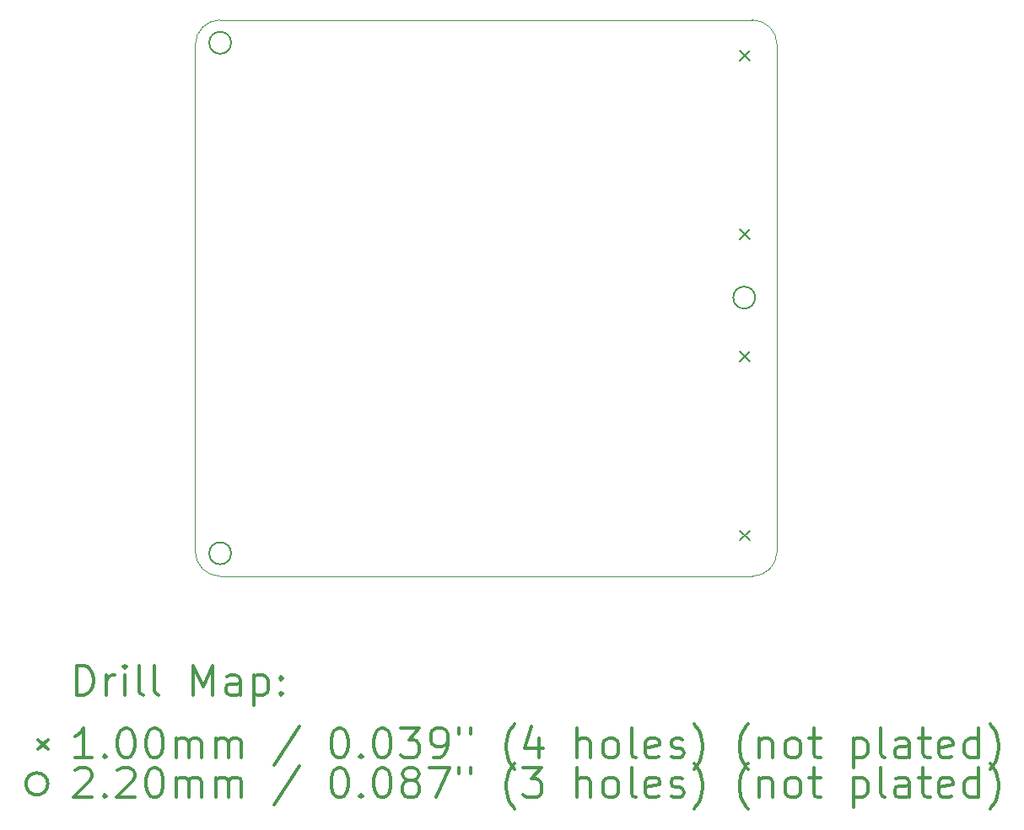
<source format=gbr>
%FSLAX45Y45*%
G04 Gerber Fmt 4.5, Leading zero omitted, Abs format (unit mm)*
G04 Created by KiCad (PCBNEW (5.1.8)-1) date 2021-10-03 21:30:49*
%MOMM*%
%LPD*%
G01*
G04 APERTURE LIST*
%TA.AperFunction,Profile*%
%ADD10C,0.050000*%
%TD*%
%ADD11C,0.200000*%
%ADD12C,0.300000*%
G04 APERTURE END LIST*
D10*
X17070000Y-11270000D02*
G75*
G02*
X16820000Y-11520000I-250000J0D01*
G01*
X16820000Y-5930000D02*
G75*
G02*
X17070000Y-6180000I0J-250000D01*
G01*
X11230000Y-6180000D02*
G75*
G02*
X11480000Y-5930000I250000J0D01*
G01*
X11480000Y-11520000D02*
G75*
G02*
X11230000Y-11270000I0J250000D01*
G01*
X11230000Y-11270000D02*
X11230000Y-6180000D01*
X16820000Y-11520000D02*
X11480000Y-11520000D01*
X17070000Y-6180000D02*
X17070000Y-11270000D01*
X11480000Y-5930000D02*
X16820000Y-5930000D01*
D11*
X16694000Y-9261000D02*
X16794000Y-9361000D01*
X16794000Y-9261000D02*
X16694000Y-9361000D01*
X16694000Y-11061000D02*
X16794000Y-11161000D01*
X16794000Y-11061000D02*
X16694000Y-11161000D01*
X16694000Y-6236000D02*
X16794000Y-6336000D01*
X16794000Y-6236000D02*
X16694000Y-6336000D01*
X16694000Y-8036000D02*
X16794000Y-8136000D01*
X16794000Y-8036000D02*
X16694000Y-8136000D01*
X11590000Y-6160000D02*
G75*
G03*
X11590000Y-6160000I-110000J0D01*
G01*
X16850000Y-8720000D02*
G75*
G03*
X16850000Y-8720000I-110000J0D01*
G01*
X11590000Y-11290000D02*
G75*
G03*
X11590000Y-11290000I-110000J0D01*
G01*
D12*
X10036429Y-12715714D02*
X10036429Y-12415714D01*
X10107857Y-12415714D01*
X10150714Y-12430000D01*
X10179286Y-12458571D01*
X10193571Y-12487143D01*
X10207857Y-12544286D01*
X10207857Y-12587143D01*
X10193571Y-12644286D01*
X10179286Y-12672857D01*
X10150714Y-12701428D01*
X10107857Y-12715714D01*
X10036429Y-12715714D01*
X10336429Y-12715714D02*
X10336429Y-12515714D01*
X10336429Y-12572857D02*
X10350714Y-12544286D01*
X10365000Y-12530000D01*
X10393571Y-12515714D01*
X10422143Y-12515714D01*
X10522143Y-12715714D02*
X10522143Y-12515714D01*
X10522143Y-12415714D02*
X10507857Y-12430000D01*
X10522143Y-12444286D01*
X10536429Y-12430000D01*
X10522143Y-12415714D01*
X10522143Y-12444286D01*
X10707857Y-12715714D02*
X10679286Y-12701428D01*
X10665000Y-12672857D01*
X10665000Y-12415714D01*
X10865000Y-12715714D02*
X10836429Y-12701428D01*
X10822143Y-12672857D01*
X10822143Y-12415714D01*
X11207857Y-12715714D02*
X11207857Y-12415714D01*
X11307857Y-12630000D01*
X11407857Y-12415714D01*
X11407857Y-12715714D01*
X11679286Y-12715714D02*
X11679286Y-12558571D01*
X11665000Y-12530000D01*
X11636428Y-12515714D01*
X11579286Y-12515714D01*
X11550714Y-12530000D01*
X11679286Y-12701428D02*
X11650714Y-12715714D01*
X11579286Y-12715714D01*
X11550714Y-12701428D01*
X11536428Y-12672857D01*
X11536428Y-12644286D01*
X11550714Y-12615714D01*
X11579286Y-12601428D01*
X11650714Y-12601428D01*
X11679286Y-12587143D01*
X11822143Y-12515714D02*
X11822143Y-12815714D01*
X11822143Y-12530000D02*
X11850714Y-12515714D01*
X11907857Y-12515714D01*
X11936428Y-12530000D01*
X11950714Y-12544286D01*
X11965000Y-12572857D01*
X11965000Y-12658571D01*
X11950714Y-12687143D01*
X11936428Y-12701428D01*
X11907857Y-12715714D01*
X11850714Y-12715714D01*
X11822143Y-12701428D01*
X12093571Y-12687143D02*
X12107857Y-12701428D01*
X12093571Y-12715714D01*
X12079286Y-12701428D01*
X12093571Y-12687143D01*
X12093571Y-12715714D01*
X12093571Y-12530000D02*
X12107857Y-12544286D01*
X12093571Y-12558571D01*
X12079286Y-12544286D01*
X12093571Y-12530000D01*
X12093571Y-12558571D01*
X9650000Y-13160000D02*
X9750000Y-13260000D01*
X9750000Y-13160000D02*
X9650000Y-13260000D01*
X10193571Y-13345714D02*
X10022143Y-13345714D01*
X10107857Y-13345714D02*
X10107857Y-13045714D01*
X10079286Y-13088571D01*
X10050714Y-13117143D01*
X10022143Y-13131428D01*
X10322143Y-13317143D02*
X10336429Y-13331428D01*
X10322143Y-13345714D01*
X10307857Y-13331428D01*
X10322143Y-13317143D01*
X10322143Y-13345714D01*
X10522143Y-13045714D02*
X10550714Y-13045714D01*
X10579286Y-13060000D01*
X10593571Y-13074286D01*
X10607857Y-13102857D01*
X10622143Y-13160000D01*
X10622143Y-13231428D01*
X10607857Y-13288571D01*
X10593571Y-13317143D01*
X10579286Y-13331428D01*
X10550714Y-13345714D01*
X10522143Y-13345714D01*
X10493571Y-13331428D01*
X10479286Y-13317143D01*
X10465000Y-13288571D01*
X10450714Y-13231428D01*
X10450714Y-13160000D01*
X10465000Y-13102857D01*
X10479286Y-13074286D01*
X10493571Y-13060000D01*
X10522143Y-13045714D01*
X10807857Y-13045714D02*
X10836429Y-13045714D01*
X10865000Y-13060000D01*
X10879286Y-13074286D01*
X10893571Y-13102857D01*
X10907857Y-13160000D01*
X10907857Y-13231428D01*
X10893571Y-13288571D01*
X10879286Y-13317143D01*
X10865000Y-13331428D01*
X10836429Y-13345714D01*
X10807857Y-13345714D01*
X10779286Y-13331428D01*
X10765000Y-13317143D01*
X10750714Y-13288571D01*
X10736429Y-13231428D01*
X10736429Y-13160000D01*
X10750714Y-13102857D01*
X10765000Y-13074286D01*
X10779286Y-13060000D01*
X10807857Y-13045714D01*
X11036429Y-13345714D02*
X11036429Y-13145714D01*
X11036429Y-13174286D02*
X11050714Y-13160000D01*
X11079286Y-13145714D01*
X11122143Y-13145714D01*
X11150714Y-13160000D01*
X11165000Y-13188571D01*
X11165000Y-13345714D01*
X11165000Y-13188571D02*
X11179286Y-13160000D01*
X11207857Y-13145714D01*
X11250714Y-13145714D01*
X11279286Y-13160000D01*
X11293571Y-13188571D01*
X11293571Y-13345714D01*
X11436428Y-13345714D02*
X11436428Y-13145714D01*
X11436428Y-13174286D02*
X11450714Y-13160000D01*
X11479286Y-13145714D01*
X11522143Y-13145714D01*
X11550714Y-13160000D01*
X11565000Y-13188571D01*
X11565000Y-13345714D01*
X11565000Y-13188571D02*
X11579286Y-13160000D01*
X11607857Y-13145714D01*
X11650714Y-13145714D01*
X11679286Y-13160000D01*
X11693571Y-13188571D01*
X11693571Y-13345714D01*
X12279286Y-13031428D02*
X12022143Y-13417143D01*
X12665000Y-13045714D02*
X12693571Y-13045714D01*
X12722143Y-13060000D01*
X12736428Y-13074286D01*
X12750714Y-13102857D01*
X12765000Y-13160000D01*
X12765000Y-13231428D01*
X12750714Y-13288571D01*
X12736428Y-13317143D01*
X12722143Y-13331428D01*
X12693571Y-13345714D01*
X12665000Y-13345714D01*
X12636428Y-13331428D01*
X12622143Y-13317143D01*
X12607857Y-13288571D01*
X12593571Y-13231428D01*
X12593571Y-13160000D01*
X12607857Y-13102857D01*
X12622143Y-13074286D01*
X12636428Y-13060000D01*
X12665000Y-13045714D01*
X12893571Y-13317143D02*
X12907857Y-13331428D01*
X12893571Y-13345714D01*
X12879286Y-13331428D01*
X12893571Y-13317143D01*
X12893571Y-13345714D01*
X13093571Y-13045714D02*
X13122143Y-13045714D01*
X13150714Y-13060000D01*
X13165000Y-13074286D01*
X13179286Y-13102857D01*
X13193571Y-13160000D01*
X13193571Y-13231428D01*
X13179286Y-13288571D01*
X13165000Y-13317143D01*
X13150714Y-13331428D01*
X13122143Y-13345714D01*
X13093571Y-13345714D01*
X13065000Y-13331428D01*
X13050714Y-13317143D01*
X13036428Y-13288571D01*
X13022143Y-13231428D01*
X13022143Y-13160000D01*
X13036428Y-13102857D01*
X13050714Y-13074286D01*
X13065000Y-13060000D01*
X13093571Y-13045714D01*
X13293571Y-13045714D02*
X13479286Y-13045714D01*
X13379286Y-13160000D01*
X13422143Y-13160000D01*
X13450714Y-13174286D01*
X13465000Y-13188571D01*
X13479286Y-13217143D01*
X13479286Y-13288571D01*
X13465000Y-13317143D01*
X13450714Y-13331428D01*
X13422143Y-13345714D01*
X13336428Y-13345714D01*
X13307857Y-13331428D01*
X13293571Y-13317143D01*
X13622143Y-13345714D02*
X13679286Y-13345714D01*
X13707857Y-13331428D01*
X13722143Y-13317143D01*
X13750714Y-13274286D01*
X13765000Y-13217143D01*
X13765000Y-13102857D01*
X13750714Y-13074286D01*
X13736428Y-13060000D01*
X13707857Y-13045714D01*
X13650714Y-13045714D01*
X13622143Y-13060000D01*
X13607857Y-13074286D01*
X13593571Y-13102857D01*
X13593571Y-13174286D01*
X13607857Y-13202857D01*
X13622143Y-13217143D01*
X13650714Y-13231428D01*
X13707857Y-13231428D01*
X13736428Y-13217143D01*
X13750714Y-13202857D01*
X13765000Y-13174286D01*
X13879286Y-13045714D02*
X13879286Y-13102857D01*
X13993571Y-13045714D02*
X13993571Y-13102857D01*
X14436428Y-13460000D02*
X14422143Y-13445714D01*
X14393571Y-13402857D01*
X14379286Y-13374286D01*
X14365000Y-13331428D01*
X14350714Y-13260000D01*
X14350714Y-13202857D01*
X14365000Y-13131428D01*
X14379286Y-13088571D01*
X14393571Y-13060000D01*
X14422143Y-13017143D01*
X14436428Y-13002857D01*
X14679286Y-13145714D02*
X14679286Y-13345714D01*
X14607857Y-13031428D02*
X14536428Y-13245714D01*
X14722143Y-13245714D01*
X15065000Y-13345714D02*
X15065000Y-13045714D01*
X15193571Y-13345714D02*
X15193571Y-13188571D01*
X15179286Y-13160000D01*
X15150714Y-13145714D01*
X15107857Y-13145714D01*
X15079286Y-13160000D01*
X15065000Y-13174286D01*
X15379286Y-13345714D02*
X15350714Y-13331428D01*
X15336428Y-13317143D01*
X15322143Y-13288571D01*
X15322143Y-13202857D01*
X15336428Y-13174286D01*
X15350714Y-13160000D01*
X15379286Y-13145714D01*
X15422143Y-13145714D01*
X15450714Y-13160000D01*
X15465000Y-13174286D01*
X15479286Y-13202857D01*
X15479286Y-13288571D01*
X15465000Y-13317143D01*
X15450714Y-13331428D01*
X15422143Y-13345714D01*
X15379286Y-13345714D01*
X15650714Y-13345714D02*
X15622143Y-13331428D01*
X15607857Y-13302857D01*
X15607857Y-13045714D01*
X15879286Y-13331428D02*
X15850714Y-13345714D01*
X15793571Y-13345714D01*
X15765000Y-13331428D01*
X15750714Y-13302857D01*
X15750714Y-13188571D01*
X15765000Y-13160000D01*
X15793571Y-13145714D01*
X15850714Y-13145714D01*
X15879286Y-13160000D01*
X15893571Y-13188571D01*
X15893571Y-13217143D01*
X15750714Y-13245714D01*
X16007857Y-13331428D02*
X16036428Y-13345714D01*
X16093571Y-13345714D01*
X16122143Y-13331428D01*
X16136428Y-13302857D01*
X16136428Y-13288571D01*
X16122143Y-13260000D01*
X16093571Y-13245714D01*
X16050714Y-13245714D01*
X16022143Y-13231428D01*
X16007857Y-13202857D01*
X16007857Y-13188571D01*
X16022143Y-13160000D01*
X16050714Y-13145714D01*
X16093571Y-13145714D01*
X16122143Y-13160000D01*
X16236428Y-13460000D02*
X16250714Y-13445714D01*
X16279286Y-13402857D01*
X16293571Y-13374286D01*
X16307857Y-13331428D01*
X16322143Y-13260000D01*
X16322143Y-13202857D01*
X16307857Y-13131428D01*
X16293571Y-13088571D01*
X16279286Y-13060000D01*
X16250714Y-13017143D01*
X16236428Y-13002857D01*
X16779286Y-13460000D02*
X16765000Y-13445714D01*
X16736428Y-13402857D01*
X16722143Y-13374286D01*
X16707857Y-13331428D01*
X16693571Y-13260000D01*
X16693571Y-13202857D01*
X16707857Y-13131428D01*
X16722143Y-13088571D01*
X16736428Y-13060000D01*
X16765000Y-13017143D01*
X16779286Y-13002857D01*
X16893571Y-13145714D02*
X16893571Y-13345714D01*
X16893571Y-13174286D02*
X16907857Y-13160000D01*
X16936429Y-13145714D01*
X16979286Y-13145714D01*
X17007857Y-13160000D01*
X17022143Y-13188571D01*
X17022143Y-13345714D01*
X17207857Y-13345714D02*
X17179286Y-13331428D01*
X17165000Y-13317143D01*
X17150714Y-13288571D01*
X17150714Y-13202857D01*
X17165000Y-13174286D01*
X17179286Y-13160000D01*
X17207857Y-13145714D01*
X17250714Y-13145714D01*
X17279286Y-13160000D01*
X17293571Y-13174286D01*
X17307857Y-13202857D01*
X17307857Y-13288571D01*
X17293571Y-13317143D01*
X17279286Y-13331428D01*
X17250714Y-13345714D01*
X17207857Y-13345714D01*
X17393571Y-13145714D02*
X17507857Y-13145714D01*
X17436429Y-13045714D02*
X17436429Y-13302857D01*
X17450714Y-13331428D01*
X17479286Y-13345714D01*
X17507857Y-13345714D01*
X17836429Y-13145714D02*
X17836429Y-13445714D01*
X17836429Y-13160000D02*
X17865000Y-13145714D01*
X17922143Y-13145714D01*
X17950714Y-13160000D01*
X17965000Y-13174286D01*
X17979286Y-13202857D01*
X17979286Y-13288571D01*
X17965000Y-13317143D01*
X17950714Y-13331428D01*
X17922143Y-13345714D01*
X17865000Y-13345714D01*
X17836429Y-13331428D01*
X18150714Y-13345714D02*
X18122143Y-13331428D01*
X18107857Y-13302857D01*
X18107857Y-13045714D01*
X18393571Y-13345714D02*
X18393571Y-13188571D01*
X18379286Y-13160000D01*
X18350714Y-13145714D01*
X18293571Y-13145714D01*
X18265000Y-13160000D01*
X18393571Y-13331428D02*
X18365000Y-13345714D01*
X18293571Y-13345714D01*
X18265000Y-13331428D01*
X18250714Y-13302857D01*
X18250714Y-13274286D01*
X18265000Y-13245714D01*
X18293571Y-13231428D01*
X18365000Y-13231428D01*
X18393571Y-13217143D01*
X18493571Y-13145714D02*
X18607857Y-13145714D01*
X18536429Y-13045714D02*
X18536429Y-13302857D01*
X18550714Y-13331428D01*
X18579286Y-13345714D01*
X18607857Y-13345714D01*
X18822143Y-13331428D02*
X18793571Y-13345714D01*
X18736429Y-13345714D01*
X18707857Y-13331428D01*
X18693571Y-13302857D01*
X18693571Y-13188571D01*
X18707857Y-13160000D01*
X18736429Y-13145714D01*
X18793571Y-13145714D01*
X18822143Y-13160000D01*
X18836429Y-13188571D01*
X18836429Y-13217143D01*
X18693571Y-13245714D01*
X19093571Y-13345714D02*
X19093571Y-13045714D01*
X19093571Y-13331428D02*
X19065000Y-13345714D01*
X19007857Y-13345714D01*
X18979286Y-13331428D01*
X18965000Y-13317143D01*
X18950714Y-13288571D01*
X18950714Y-13202857D01*
X18965000Y-13174286D01*
X18979286Y-13160000D01*
X19007857Y-13145714D01*
X19065000Y-13145714D01*
X19093571Y-13160000D01*
X19207857Y-13460000D02*
X19222143Y-13445714D01*
X19250714Y-13402857D01*
X19265000Y-13374286D01*
X19279286Y-13331428D01*
X19293571Y-13260000D01*
X19293571Y-13202857D01*
X19279286Y-13131428D01*
X19265000Y-13088571D01*
X19250714Y-13060000D01*
X19222143Y-13017143D01*
X19207857Y-13002857D01*
X9750000Y-13606000D02*
G75*
G03*
X9750000Y-13606000I-110000J0D01*
G01*
X10022143Y-13470286D02*
X10036429Y-13456000D01*
X10065000Y-13441714D01*
X10136429Y-13441714D01*
X10165000Y-13456000D01*
X10179286Y-13470286D01*
X10193571Y-13498857D01*
X10193571Y-13527428D01*
X10179286Y-13570286D01*
X10007857Y-13741714D01*
X10193571Y-13741714D01*
X10322143Y-13713143D02*
X10336429Y-13727428D01*
X10322143Y-13741714D01*
X10307857Y-13727428D01*
X10322143Y-13713143D01*
X10322143Y-13741714D01*
X10450714Y-13470286D02*
X10465000Y-13456000D01*
X10493571Y-13441714D01*
X10565000Y-13441714D01*
X10593571Y-13456000D01*
X10607857Y-13470286D01*
X10622143Y-13498857D01*
X10622143Y-13527428D01*
X10607857Y-13570286D01*
X10436429Y-13741714D01*
X10622143Y-13741714D01*
X10807857Y-13441714D02*
X10836429Y-13441714D01*
X10865000Y-13456000D01*
X10879286Y-13470286D01*
X10893571Y-13498857D01*
X10907857Y-13556000D01*
X10907857Y-13627428D01*
X10893571Y-13684571D01*
X10879286Y-13713143D01*
X10865000Y-13727428D01*
X10836429Y-13741714D01*
X10807857Y-13741714D01*
X10779286Y-13727428D01*
X10765000Y-13713143D01*
X10750714Y-13684571D01*
X10736429Y-13627428D01*
X10736429Y-13556000D01*
X10750714Y-13498857D01*
X10765000Y-13470286D01*
X10779286Y-13456000D01*
X10807857Y-13441714D01*
X11036429Y-13741714D02*
X11036429Y-13541714D01*
X11036429Y-13570286D02*
X11050714Y-13556000D01*
X11079286Y-13541714D01*
X11122143Y-13541714D01*
X11150714Y-13556000D01*
X11165000Y-13584571D01*
X11165000Y-13741714D01*
X11165000Y-13584571D02*
X11179286Y-13556000D01*
X11207857Y-13541714D01*
X11250714Y-13541714D01*
X11279286Y-13556000D01*
X11293571Y-13584571D01*
X11293571Y-13741714D01*
X11436428Y-13741714D02*
X11436428Y-13541714D01*
X11436428Y-13570286D02*
X11450714Y-13556000D01*
X11479286Y-13541714D01*
X11522143Y-13541714D01*
X11550714Y-13556000D01*
X11565000Y-13584571D01*
X11565000Y-13741714D01*
X11565000Y-13584571D02*
X11579286Y-13556000D01*
X11607857Y-13541714D01*
X11650714Y-13541714D01*
X11679286Y-13556000D01*
X11693571Y-13584571D01*
X11693571Y-13741714D01*
X12279286Y-13427428D02*
X12022143Y-13813143D01*
X12665000Y-13441714D02*
X12693571Y-13441714D01*
X12722143Y-13456000D01*
X12736428Y-13470286D01*
X12750714Y-13498857D01*
X12765000Y-13556000D01*
X12765000Y-13627428D01*
X12750714Y-13684571D01*
X12736428Y-13713143D01*
X12722143Y-13727428D01*
X12693571Y-13741714D01*
X12665000Y-13741714D01*
X12636428Y-13727428D01*
X12622143Y-13713143D01*
X12607857Y-13684571D01*
X12593571Y-13627428D01*
X12593571Y-13556000D01*
X12607857Y-13498857D01*
X12622143Y-13470286D01*
X12636428Y-13456000D01*
X12665000Y-13441714D01*
X12893571Y-13713143D02*
X12907857Y-13727428D01*
X12893571Y-13741714D01*
X12879286Y-13727428D01*
X12893571Y-13713143D01*
X12893571Y-13741714D01*
X13093571Y-13441714D02*
X13122143Y-13441714D01*
X13150714Y-13456000D01*
X13165000Y-13470286D01*
X13179286Y-13498857D01*
X13193571Y-13556000D01*
X13193571Y-13627428D01*
X13179286Y-13684571D01*
X13165000Y-13713143D01*
X13150714Y-13727428D01*
X13122143Y-13741714D01*
X13093571Y-13741714D01*
X13065000Y-13727428D01*
X13050714Y-13713143D01*
X13036428Y-13684571D01*
X13022143Y-13627428D01*
X13022143Y-13556000D01*
X13036428Y-13498857D01*
X13050714Y-13470286D01*
X13065000Y-13456000D01*
X13093571Y-13441714D01*
X13365000Y-13570286D02*
X13336428Y-13556000D01*
X13322143Y-13541714D01*
X13307857Y-13513143D01*
X13307857Y-13498857D01*
X13322143Y-13470286D01*
X13336428Y-13456000D01*
X13365000Y-13441714D01*
X13422143Y-13441714D01*
X13450714Y-13456000D01*
X13465000Y-13470286D01*
X13479286Y-13498857D01*
X13479286Y-13513143D01*
X13465000Y-13541714D01*
X13450714Y-13556000D01*
X13422143Y-13570286D01*
X13365000Y-13570286D01*
X13336428Y-13584571D01*
X13322143Y-13598857D01*
X13307857Y-13627428D01*
X13307857Y-13684571D01*
X13322143Y-13713143D01*
X13336428Y-13727428D01*
X13365000Y-13741714D01*
X13422143Y-13741714D01*
X13450714Y-13727428D01*
X13465000Y-13713143D01*
X13479286Y-13684571D01*
X13479286Y-13627428D01*
X13465000Y-13598857D01*
X13450714Y-13584571D01*
X13422143Y-13570286D01*
X13579286Y-13441714D02*
X13779286Y-13441714D01*
X13650714Y-13741714D01*
X13879286Y-13441714D02*
X13879286Y-13498857D01*
X13993571Y-13441714D02*
X13993571Y-13498857D01*
X14436428Y-13856000D02*
X14422143Y-13841714D01*
X14393571Y-13798857D01*
X14379286Y-13770286D01*
X14365000Y-13727428D01*
X14350714Y-13656000D01*
X14350714Y-13598857D01*
X14365000Y-13527428D01*
X14379286Y-13484571D01*
X14393571Y-13456000D01*
X14422143Y-13413143D01*
X14436428Y-13398857D01*
X14522143Y-13441714D02*
X14707857Y-13441714D01*
X14607857Y-13556000D01*
X14650714Y-13556000D01*
X14679286Y-13570286D01*
X14693571Y-13584571D01*
X14707857Y-13613143D01*
X14707857Y-13684571D01*
X14693571Y-13713143D01*
X14679286Y-13727428D01*
X14650714Y-13741714D01*
X14565000Y-13741714D01*
X14536428Y-13727428D01*
X14522143Y-13713143D01*
X15065000Y-13741714D02*
X15065000Y-13441714D01*
X15193571Y-13741714D02*
X15193571Y-13584571D01*
X15179286Y-13556000D01*
X15150714Y-13541714D01*
X15107857Y-13541714D01*
X15079286Y-13556000D01*
X15065000Y-13570286D01*
X15379286Y-13741714D02*
X15350714Y-13727428D01*
X15336428Y-13713143D01*
X15322143Y-13684571D01*
X15322143Y-13598857D01*
X15336428Y-13570286D01*
X15350714Y-13556000D01*
X15379286Y-13541714D01*
X15422143Y-13541714D01*
X15450714Y-13556000D01*
X15465000Y-13570286D01*
X15479286Y-13598857D01*
X15479286Y-13684571D01*
X15465000Y-13713143D01*
X15450714Y-13727428D01*
X15422143Y-13741714D01*
X15379286Y-13741714D01*
X15650714Y-13741714D02*
X15622143Y-13727428D01*
X15607857Y-13698857D01*
X15607857Y-13441714D01*
X15879286Y-13727428D02*
X15850714Y-13741714D01*
X15793571Y-13741714D01*
X15765000Y-13727428D01*
X15750714Y-13698857D01*
X15750714Y-13584571D01*
X15765000Y-13556000D01*
X15793571Y-13541714D01*
X15850714Y-13541714D01*
X15879286Y-13556000D01*
X15893571Y-13584571D01*
X15893571Y-13613143D01*
X15750714Y-13641714D01*
X16007857Y-13727428D02*
X16036428Y-13741714D01*
X16093571Y-13741714D01*
X16122143Y-13727428D01*
X16136428Y-13698857D01*
X16136428Y-13684571D01*
X16122143Y-13656000D01*
X16093571Y-13641714D01*
X16050714Y-13641714D01*
X16022143Y-13627428D01*
X16007857Y-13598857D01*
X16007857Y-13584571D01*
X16022143Y-13556000D01*
X16050714Y-13541714D01*
X16093571Y-13541714D01*
X16122143Y-13556000D01*
X16236428Y-13856000D02*
X16250714Y-13841714D01*
X16279286Y-13798857D01*
X16293571Y-13770286D01*
X16307857Y-13727428D01*
X16322143Y-13656000D01*
X16322143Y-13598857D01*
X16307857Y-13527428D01*
X16293571Y-13484571D01*
X16279286Y-13456000D01*
X16250714Y-13413143D01*
X16236428Y-13398857D01*
X16779286Y-13856000D02*
X16765000Y-13841714D01*
X16736428Y-13798857D01*
X16722143Y-13770286D01*
X16707857Y-13727428D01*
X16693571Y-13656000D01*
X16693571Y-13598857D01*
X16707857Y-13527428D01*
X16722143Y-13484571D01*
X16736428Y-13456000D01*
X16765000Y-13413143D01*
X16779286Y-13398857D01*
X16893571Y-13541714D02*
X16893571Y-13741714D01*
X16893571Y-13570286D02*
X16907857Y-13556000D01*
X16936429Y-13541714D01*
X16979286Y-13541714D01*
X17007857Y-13556000D01*
X17022143Y-13584571D01*
X17022143Y-13741714D01*
X17207857Y-13741714D02*
X17179286Y-13727428D01*
X17165000Y-13713143D01*
X17150714Y-13684571D01*
X17150714Y-13598857D01*
X17165000Y-13570286D01*
X17179286Y-13556000D01*
X17207857Y-13541714D01*
X17250714Y-13541714D01*
X17279286Y-13556000D01*
X17293571Y-13570286D01*
X17307857Y-13598857D01*
X17307857Y-13684571D01*
X17293571Y-13713143D01*
X17279286Y-13727428D01*
X17250714Y-13741714D01*
X17207857Y-13741714D01*
X17393571Y-13541714D02*
X17507857Y-13541714D01*
X17436429Y-13441714D02*
X17436429Y-13698857D01*
X17450714Y-13727428D01*
X17479286Y-13741714D01*
X17507857Y-13741714D01*
X17836429Y-13541714D02*
X17836429Y-13841714D01*
X17836429Y-13556000D02*
X17865000Y-13541714D01*
X17922143Y-13541714D01*
X17950714Y-13556000D01*
X17965000Y-13570286D01*
X17979286Y-13598857D01*
X17979286Y-13684571D01*
X17965000Y-13713143D01*
X17950714Y-13727428D01*
X17922143Y-13741714D01*
X17865000Y-13741714D01*
X17836429Y-13727428D01*
X18150714Y-13741714D02*
X18122143Y-13727428D01*
X18107857Y-13698857D01*
X18107857Y-13441714D01*
X18393571Y-13741714D02*
X18393571Y-13584571D01*
X18379286Y-13556000D01*
X18350714Y-13541714D01*
X18293571Y-13541714D01*
X18265000Y-13556000D01*
X18393571Y-13727428D02*
X18365000Y-13741714D01*
X18293571Y-13741714D01*
X18265000Y-13727428D01*
X18250714Y-13698857D01*
X18250714Y-13670286D01*
X18265000Y-13641714D01*
X18293571Y-13627428D01*
X18365000Y-13627428D01*
X18393571Y-13613143D01*
X18493571Y-13541714D02*
X18607857Y-13541714D01*
X18536429Y-13441714D02*
X18536429Y-13698857D01*
X18550714Y-13727428D01*
X18579286Y-13741714D01*
X18607857Y-13741714D01*
X18822143Y-13727428D02*
X18793571Y-13741714D01*
X18736429Y-13741714D01*
X18707857Y-13727428D01*
X18693571Y-13698857D01*
X18693571Y-13584571D01*
X18707857Y-13556000D01*
X18736429Y-13541714D01*
X18793571Y-13541714D01*
X18822143Y-13556000D01*
X18836429Y-13584571D01*
X18836429Y-13613143D01*
X18693571Y-13641714D01*
X19093571Y-13741714D02*
X19093571Y-13441714D01*
X19093571Y-13727428D02*
X19065000Y-13741714D01*
X19007857Y-13741714D01*
X18979286Y-13727428D01*
X18965000Y-13713143D01*
X18950714Y-13684571D01*
X18950714Y-13598857D01*
X18965000Y-13570286D01*
X18979286Y-13556000D01*
X19007857Y-13541714D01*
X19065000Y-13541714D01*
X19093571Y-13556000D01*
X19207857Y-13856000D02*
X19222143Y-13841714D01*
X19250714Y-13798857D01*
X19265000Y-13770286D01*
X19279286Y-13727428D01*
X19293571Y-13656000D01*
X19293571Y-13598857D01*
X19279286Y-13527428D01*
X19265000Y-13484571D01*
X19250714Y-13456000D01*
X19222143Y-13413143D01*
X19207857Y-13398857D01*
M02*

</source>
